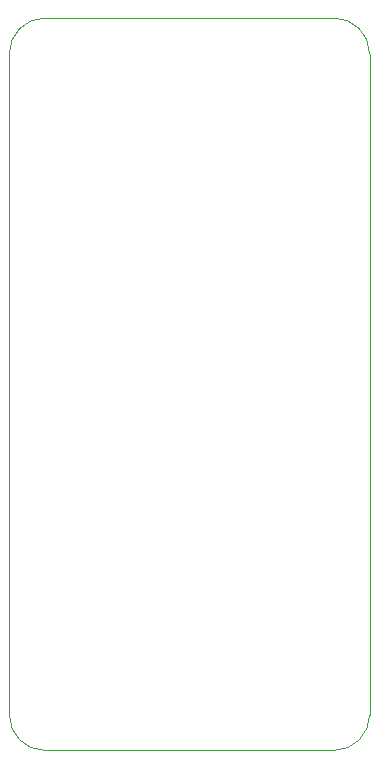
<source format=gm1>
%TF.GenerationSoftware,KiCad,Pcbnew,8.0.1-8.0.1-1~ubuntu22.04.1*%
%TF.CreationDate,2024-04-03T01:55:53-04:00*%
%TF.ProjectId,esp32_rover_devkit,65737033-325f-4726-9f76-65725f646576,rev?*%
%TF.SameCoordinates,Original*%
%TF.FileFunction,Profile,NP*%
%FSLAX46Y46*%
G04 Gerber Fmt 4.6, Leading zero omitted, Abs format (unit mm)*
G04 Created by KiCad (PCBNEW 8.0.1-8.0.1-1~ubuntu22.04.1) date 2024-04-03 01:55:53*
%MOMM*%
%LPD*%
G01*
G04 APERTURE LIST*
%TA.AperFunction,Profile*%
%ADD10C,0.050000*%
%TD*%
G04 APERTURE END LIST*
D10*
X49000000Y-79000000D02*
G75*
G02*
X46000000Y-82000000I-3000000J0D01*
G01*
X21500000Y-82000000D02*
G75*
G02*
X18500000Y-79000000I0J3000000D01*
G01*
X49000000Y-79000000D02*
X49000000Y-23000000D01*
X21500000Y-82000000D02*
X46000000Y-82000000D01*
X18500000Y-23000000D02*
X18500000Y-79000000D01*
X46000000Y-20000000D02*
G75*
G02*
X49000000Y-23000000I0J-3000000D01*
G01*
X18500000Y-23000000D02*
G75*
G02*
X21500000Y-20000000I3000000J0D01*
G01*
X46000000Y-20000001D02*
X21500000Y-20000000D01*
M02*

</source>
